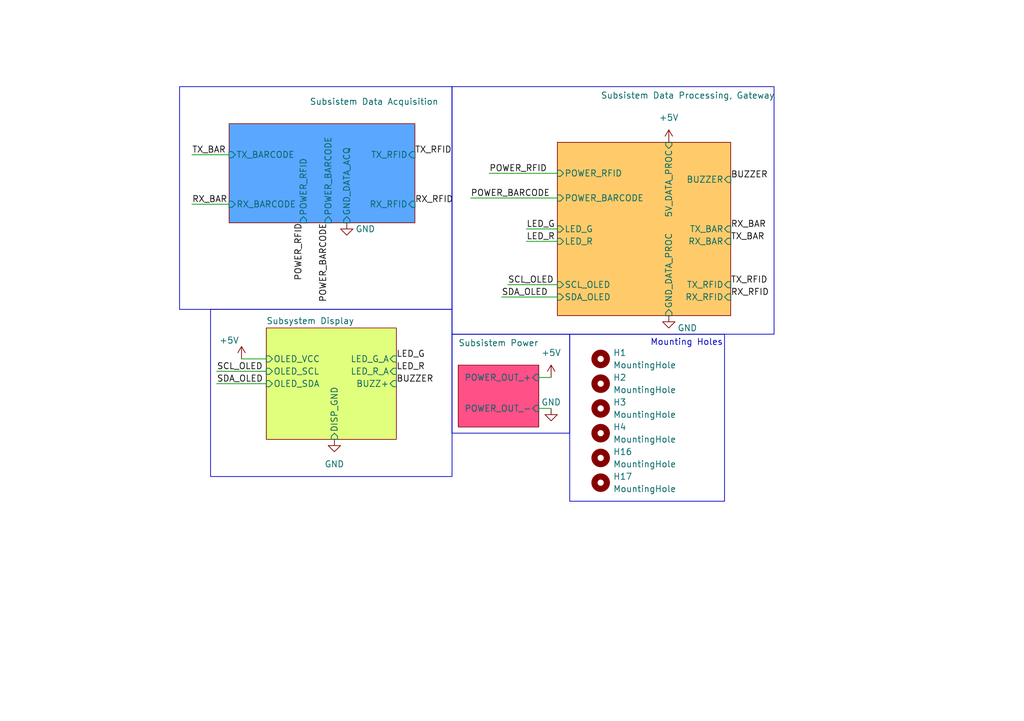
<source format=kicad_sch>
(kicad_sch (version 20230121) (generator eeschema)

  (uuid 27842b89-d3ad-4f43-9134-f95cd8633a64)

  (paper "A5")

  (title_block
    (title "WMS Scanner")
    (date "2024-04-29")
    (rev "4.1")
    (company "Institut Teknologi Bandung")
    (comment 1 "Bostang Palaguna")
    (comment 2 "Designed By:")
  )

  (lib_symbols
    (symbol "Mechanical:MountingHole" (pin_names (offset 1.016)) (in_bom yes) (on_board yes)
      (property "Reference" "H" (at 0 5.08 0)
        (effects (font (size 1.27 1.27)))
      )
      (property "Value" "MountingHole" (at 0 3.175 0)
        (effects (font (size 1.27 1.27)))
      )
      (property "Footprint" "" (at 0 0 0)
        (effects (font (size 1.27 1.27)) hide)
      )
      (property "Datasheet" "~" (at 0 0 0)
        (effects (font (size 1.27 1.27)) hide)
      )
      (property "ki_keywords" "mounting hole" (at 0 0 0)
        (effects (font (size 1.27 1.27)) hide)
      )
      (property "ki_description" "Mounting Hole without connection" (at 0 0 0)
        (effects (font (size 1.27 1.27)) hide)
      )
      (property "ki_fp_filters" "MountingHole*" (at 0 0 0)
        (effects (font (size 1.27 1.27)) hide)
      )
      (symbol "MountingHole_0_1"
        (circle (center 0 0) (radius 1.27)
          (stroke (width 1.27) (type default))
          (fill (type none))
        )
      )
    )
    (symbol "power:+5V" (power) (pin_names (offset 0)) (in_bom yes) (on_board yes)
      (property "Reference" "#PWR" (at 0 -3.81 0)
        (effects (font (size 1.27 1.27)) hide)
      )
      (property "Value" "+5V" (at 0 3.556 0)
        (effects (font (size 1.27 1.27)))
      )
      (property "Footprint" "" (at 0 0 0)
        (effects (font (size 1.27 1.27)) hide)
      )
      (property "Datasheet" "" (at 0 0 0)
        (effects (font (size 1.27 1.27)) hide)
      )
      (property "ki_keywords" "global power" (at 0 0 0)
        (effects (font (size 1.27 1.27)) hide)
      )
      (property "ki_description" "Power symbol creates a global label with name \"+5V\"" (at 0 0 0)
        (effects (font (size 1.27 1.27)) hide)
      )
      (symbol "+5V_0_1"
        (polyline
          (pts
            (xy -0.762 1.27)
            (xy 0 2.54)
          )
          (stroke (width 0) (type default))
          (fill (type none))
        )
        (polyline
          (pts
            (xy 0 0)
            (xy 0 2.54)
          )
          (stroke (width 0) (type default))
          (fill (type none))
        )
        (polyline
          (pts
            (xy 0 2.54)
            (xy 0.762 1.27)
          )
          (stroke (width 0) (type default))
          (fill (type none))
        )
      )
      (symbol "+5V_1_1"
        (pin power_in line (at 0 0 90) (length 0) hide
          (name "+5V" (effects (font (size 1.27 1.27))))
          (number "1" (effects (font (size 1.27 1.27))))
        )
      )
    )
    (symbol "power:GND" (power) (pin_names (offset 0)) (in_bom yes) (on_board yes)
      (property "Reference" "#PWR" (at 0 -6.35 0)
        (effects (font (size 1.27 1.27)) hide)
      )
      (property "Value" "GND" (at 0 -3.81 0)
        (effects (font (size 1.27 1.27)))
      )
      (property "Footprint" "" (at 0 0 0)
        (effects (font (size 1.27 1.27)) hide)
      )
      (property "Datasheet" "" (at 0 0 0)
        (effects (font (size 1.27 1.27)) hide)
      )
      (property "ki_keywords" "global power" (at 0 0 0)
        (effects (font (size 1.27 1.27)) hide)
      )
      (property "ki_description" "Power symbol creates a global label with name \"GND\" , ground" (at 0 0 0)
        (effects (font (size 1.27 1.27)) hide)
      )
      (symbol "GND_0_1"
        (polyline
          (pts
            (xy 0 0)
            (xy 0 -1.27)
            (xy 1.27 -1.27)
            (xy 0 -2.54)
            (xy -1.27 -1.27)
            (xy 0 -1.27)
          )
          (stroke (width 0) (type default))
          (fill (type none))
        )
      )
      (symbol "GND_1_1"
        (pin power_in line (at 0 0 270) (length 0) hide
          (name "GND" (effects (font (size 1.27 1.27))))
          (number "1" (effects (font (size 1.27 1.27))))
        )
      )
    )
  )


  (wire (pts (xy 110.49 77.47) (xy 113.03 77.47))
    (stroke (width 0) (type default))
    (uuid 0377dd73-306c-45c1-9d9a-ec4734900350)
  )
  (wire (pts (xy 102.87 60.96) (xy 114.3 60.96))
    (stroke (width 0) (type default))
    (uuid 2f4fb5f1-cba1-4703-8f55-e9e058a314e2)
  )
  (wire (pts (xy 100.33 35.56) (xy 114.3 35.56))
    (stroke (width 0) (type default))
    (uuid 3aed2ae7-3cf7-45f7-8941-7b5543605b8b)
  )
  (wire (pts (xy 96.52 40.64) (xy 114.3 40.64))
    (stroke (width 0) (type default))
    (uuid 3d664903-7d5f-4aa0-b912-7d4fd968f24e)
  )
  (wire (pts (xy 44.45 76.2) (xy 54.61 76.2))
    (stroke (width 0) (type default))
    (uuid 5cd53e87-3764-4e22-9685-b55c14d6df7b)
  )
  (wire (pts (xy 49.53 73.66) (xy 54.61 73.66))
    (stroke (width 0) (type default))
    (uuid 5f3766e6-0ad0-4b6f-a108-3efdbf54a402)
  )
  (wire (pts (xy 39.37 41.91) (xy 46.99 41.91))
    (stroke (width 0) (type default))
    (uuid 81565090-3bd3-4876-9997-ef8d25a02790)
  )
  (wire (pts (xy 44.45 78.74) (xy 54.61 78.74))
    (stroke (width 0) (type default))
    (uuid ae20d01a-33f2-4c56-869b-eb821bbbce7d)
  )
  (wire (pts (xy 110.49 83.82) (xy 113.03 83.82))
    (stroke (width 0) (type default))
    (uuid b8058c86-2a39-46a6-8027-38307fb92f12)
  )
  (wire (pts (xy 107.95 49.53) (xy 114.3 49.53))
    (stroke (width 0) (type default))
    (uuid bfce13b9-53f8-4006-a17b-2f163c9f2d69)
  )
  (wire (pts (xy 107.95 46.99) (xy 114.3 46.99))
    (stroke (width 0) (type default))
    (uuid cebd1271-0cb4-4e7b-9967-008aa02f21d9)
  )
  (wire (pts (xy 39.37 31.75) (xy 46.99 31.75))
    (stroke (width 0) (type default))
    (uuid d5e917e4-2cdb-462a-bf92-3db3fc40a911)
  )
  (wire (pts (xy 104.14 58.42) (xy 114.3 58.42))
    (stroke (width 0) (type default))
    (uuid de46a3fd-a092-44cb-8922-ab631a443a00)
  )

  (rectangle (start 92.71 68.58) (end 116.84 88.9)
    (stroke (width 0) (type default))
    (fill (type none))
    (uuid 0f64f487-6751-41ef-bcce-401b89ef4dd2)
  )
  (rectangle (start 43.18 63.5) (end 92.71 97.79)
    (stroke (width 0) (type default))
    (fill (type none))
    (uuid 253a37ac-c074-406d-a7f9-5d06ef30a9d5)
  )
  (rectangle (start 92.71 17.78) (end 158.75 68.58)
    (stroke (width 0) (type default))
    (fill (type none))
    (uuid 4556f232-b3ed-47c3-9ba4-a8cfc6efec35)
  )
  (rectangle (start 116.84 68.58) (end 148.59 102.87)
    (stroke (width 0) (type default))
    (fill (type none))
    (uuid a0b8761d-793b-4962-adbf-d8573b9f3992)
  )
  (rectangle (start 36.83 17.78) (end 92.71 63.5)
    (stroke (width 0) (type default))
    (fill (type none))
    (uuid bda6ade3-6770-437e-b7b9-a65d21fe1cff)
  )

  (text "Mounting Holes" (at 133.35 71.12 0)
    (effects (font (size 1.27 1.27)) (justify left bottom))
    (uuid 8b90e808-8333-4db3-a80b-7dc68572e37b)
  )

  (label "BUZZER" (at 81.28 78.74 0) (fields_autoplaced)
    (effects (font (size 1.27 1.27)) (justify left bottom))
    (uuid 18f85804-1eee-4c12-93ee-44c1b34b2a24)
  )
  (label "POWER_RFID" (at 62.23 45.72 270) (fields_autoplaced)
    (effects (font (size 1.27 1.27)) (justify right bottom))
    (uuid 1e152f44-25ca-4cd5-bea6-59de800ee5bf)
  )
  (label "RX_BAR" (at 39.37 41.91 0) (fields_autoplaced)
    (effects (font (size 1.27 1.27)) (justify left bottom))
    (uuid 235a1e32-e95a-401c-88a5-b4e9968675f4)
  )
  (label "LED_G" (at 81.28 73.66 0) (fields_autoplaced)
    (effects (font (size 1.27 1.27)) (justify left bottom))
    (uuid 264712eb-62c5-4561-8617-44f0a7f5987e)
  )
  (label "SDA_OLED" (at 102.87 60.96 0) (fields_autoplaced)
    (effects (font (size 1.27 1.27)) (justify left bottom))
    (uuid 29dec7ba-0ed6-417d-8a6b-ee4809b7b10b)
  )
  (label "POWER_BARCODE" (at 96.52 40.64 0) (fields_autoplaced)
    (effects (font (size 1.27 1.27)) (justify left bottom))
    (uuid 2f02c55c-2208-4b8d-8036-07e3cda49314)
  )
  (label "SCL_OLED" (at 44.45 76.2 0) (fields_autoplaced)
    (effects (font (size 1.27 1.27)) (justify left bottom))
    (uuid 42219b03-f6b6-4813-848f-69bff527e315)
  )
  (label "TX_BAR" (at 149.86 49.53 0) (fields_autoplaced)
    (effects (font (size 1.27 1.27)) (justify left bottom))
    (uuid 49f95043-7a0c-4936-96f8-07e2e11c07d4)
  )
  (label "LED_G" (at 107.95 46.99 0) (fields_autoplaced)
    (effects (font (size 1.27 1.27)) (justify left bottom))
    (uuid 5345aa0c-21a3-443a-bdb8-86ea11ad9020)
  )
  (label "RX_BAR" (at 149.86 46.99 0) (fields_autoplaced)
    (effects (font (size 1.27 1.27)) (justify left bottom))
    (uuid 62c31aa9-c2e2-4de8-a35c-4e9295c37ae1)
  )
  (label "POWER_RFID" (at 100.33 35.56 0) (fields_autoplaced)
    (effects (font (size 1.27 1.27)) (justify left bottom))
    (uuid 68e97865-e0e3-494c-84d7-5490e708c848)
  )
  (label "SCL_OLED" (at 104.14 58.42 0) (fields_autoplaced)
    (effects (font (size 1.27 1.27)) (justify left bottom))
    (uuid 79b146f3-f3c4-4795-bb9d-92e065223304)
  )
  (label "RX_RFID" (at 85.09 41.91 0) (fields_autoplaced)
    (effects (font (size 1.27 1.27)) (justify left bottom))
    (uuid 79e7631c-13f4-4744-93ee-5afb4f8c0a1c)
  )
  (label "POWER_BARCODE" (at 67.31 45.72 270) (fields_autoplaced)
    (effects (font (size 1.27 1.27)) (justify right bottom))
    (uuid 9f5506f5-55ff-499d-adeb-19fd91842908)
  )
  (label "SDA_OLED" (at 44.45 78.74 0) (fields_autoplaced)
    (effects (font (size 1.27 1.27)) (justify left bottom))
    (uuid aea0b768-6c5b-481e-a917-d039f4b237fb)
  )
  (label "LED_R" (at 81.28 76.2 0) (fields_autoplaced)
    (effects (font (size 1.27 1.27)) (justify left bottom))
    (uuid aedf3a1f-b69b-4f42-a99b-c5ae954b29ce)
  )
  (label "TX_RFID" (at 85.09 31.75 0) (fields_autoplaced)
    (effects (font (size 1.27 1.27)) (justify left bottom))
    (uuid b6d4a74a-4c30-41c6-bf80-e6aa706d9dac)
  )
  (label "TX_RFID" (at 149.86 58.42 0) (fields_autoplaced)
    (effects (font (size 1.27 1.27)) (justify left bottom))
    (uuid c603d07c-6178-4479-9e93-aa4653b460ad)
  )
  (label "LED_R" (at 107.95 49.53 0) (fields_autoplaced)
    (effects (font (size 1.27 1.27)) (justify left bottom))
    (uuid e7906d08-d803-4286-8bc2-7cd97a2be39d)
  )
  (label "TX_BAR" (at 39.37 31.75 0) (fields_autoplaced)
    (effects (font (size 1.27 1.27)) (justify left bottom))
    (uuid e891b7cf-383c-45d5-b6d9-6a7ba3a7f41d)
  )
  (label "RX_RFID" (at 149.86 60.96 0) (fields_autoplaced)
    (effects (font (size 1.27 1.27)) (justify left bottom))
    (uuid ee585396-591d-4965-b72b-4f9c3e6a953e)
  )
  (label "BUZZER" (at 149.86 36.83 0) (fields_autoplaced)
    (effects (font (size 1.27 1.27)) (justify left bottom))
    (uuid f3a3f707-99e4-4cc2-b7e4-c3fae43e8934)
  )

  (symbol (lib_id "power:GND") (at 71.12 45.72 0) (unit 1)
    (in_bom yes) (on_board yes) (dnp no)
    (uuid 1bb1a4fb-e269-4426-91f0-f1a52cfc50eb)
    (property "Reference" "#PWR012" (at 71.12 52.07 0)
      (effects (font (size 1.27 1.27)) hide)
    )
    (property "Value" "GND" (at 74.93 46.99 0)
      (effects (font (size 1.27 1.27)))
    )
    (property "Footprint" "" (at 71.12 45.72 0)
      (effects (font (size 1.27 1.27)) hide)
    )
    (property "Datasheet" "" (at 71.12 45.72 0)
      (effects (font (size 1.27 1.27)) hide)
    )
    (pin "1" (uuid d6c40b18-1804-4869-a34d-191c7f0dee96))
    (instances
      (project "WMS"
        (path "/27842b89-d3ad-4f43-9134-f95cd8633a64"
          (reference "#PWR012") (unit 1)
        )
      )
    )
  )

  (symbol (lib_id "Mechanical:MountingHole") (at 123.19 78.74 0) (unit 1)
    (in_bom yes) (on_board yes) (dnp no) (fields_autoplaced)
    (uuid 1e02d0f2-7a7b-4cdd-b710-a199cd03f0ca)
    (property "Reference" "H2" (at 125.73 77.47 0)
      (effects (font (size 1.27 1.27)) (justify left))
    )
    (property "Value" "MountingHole" (at 125.73 80.01 0)
      (effects (font (size 1.27 1.27)) (justify left))
    )
    (property "Footprint" "MountingHole:MountingHole_2.2mm_M2" (at 123.19 78.74 0)
      (effects (font (size 1.27 1.27)) hide)
    )
    (property "Datasheet" "~" (at 123.19 78.74 0)
      (effects (font (size 1.27 1.27)) hide)
    )
    (instances
      (project "WMS"
        (path "/27842b89-d3ad-4f43-9134-f95cd8633a64"
          (reference "H2") (unit 1)
        )
      )
    )
  )

  (symbol (lib_id "power:+5V") (at 113.03 77.47 0) (unit 1)
    (in_bom yes) (on_board yes) (dnp no) (fields_autoplaced)
    (uuid 2e6f7795-716a-4074-a4fb-9af154532724)
    (property "Reference" "#PWR02" (at 113.03 81.28 0)
      (effects (font (size 1.27 1.27)) hide)
    )
    (property "Value" "+5V" (at 113.03 72.39 0)
      (effects (font (size 1.27 1.27)))
    )
    (property "Footprint" "" (at 113.03 77.47 0)
      (effects (font (size 1.27 1.27)) hide)
    )
    (property "Datasheet" "" (at 113.03 77.47 0)
      (effects (font (size 1.27 1.27)) hide)
    )
    (pin "1" (uuid 04e5f422-fc00-4348-abe4-46e1ade87a01))
    (instances
      (project "WMS"
        (path "/27842b89-d3ad-4f43-9134-f95cd8633a64"
          (reference "#PWR02") (unit 1)
        )
      )
    )
  )

  (symbol (lib_id "Mechanical:MountingHole") (at 123.19 93.98 0) (unit 1)
    (in_bom yes) (on_board yes) (dnp no) (fields_autoplaced)
    (uuid 364098e0-560d-4535-894c-555723601339)
    (property "Reference" "H16" (at 125.73 92.71 0)
      (effects (font (size 1.27 1.27)) (justify left))
    )
    (property "Value" "MountingHole" (at 125.73 95.25 0)
      (effects (font (size 1.27 1.27)) (justify left))
    )
    (property "Footprint" "MountingHole:MountingHole_2.2mm_M2" (at 123.19 93.98 0)
      (effects (font (size 1.27 1.27)) hide)
    )
    (property "Datasheet" "~" (at 123.19 93.98 0)
      (effects (font (size 1.27 1.27)) hide)
    )
    (instances
      (project "WMS"
        (path "/27842b89-d3ad-4f43-9134-f95cd8633a64"
          (reference "H16") (unit 1)
        )
      )
    )
  )

  (symbol (lib_id "power:+5V") (at 137.16 29.21 0) (unit 1)
    (in_bom yes) (on_board yes) (dnp no) (fields_autoplaced)
    (uuid 3662d650-23b8-4bf3-9af5-a39b171c9895)
    (property "Reference" "#PWR04" (at 137.16 33.02 0)
      (effects (font (size 1.27 1.27)) hide)
    )
    (property "Value" "+5V" (at 137.16 24.13 0)
      (effects (font (size 1.27 1.27)))
    )
    (property "Footprint" "" (at 137.16 29.21 0)
      (effects (font (size 1.27 1.27)) hide)
    )
    (property "Datasheet" "" (at 137.16 29.21 0)
      (effects (font (size 1.27 1.27)) hide)
    )
    (pin "1" (uuid 4fb23376-a61c-4d9a-ae36-5df14fd528d5))
    (instances
      (project "WMS"
        (path "/27842b89-d3ad-4f43-9134-f95cd8633a64"
          (reference "#PWR04") (unit 1)
        )
      )
    )
  )

  (symbol (lib_id "power:+5V") (at 49.53 73.66 0) (unit 1)
    (in_bom yes) (on_board yes) (dnp no)
    (uuid 6fbbe410-b903-4550-949d-f841510c17a2)
    (property "Reference" "#PWR015" (at 49.53 77.47 0)
      (effects (font (size 1.27 1.27)) hide)
    )
    (property "Value" "+5V" (at 46.99 69.85 0)
      (effects (font (size 1.27 1.27)))
    )
    (property "Footprint" "" (at 49.53 73.66 0)
      (effects (font (size 1.27 1.27)) hide)
    )
    (property "Datasheet" "" (at 49.53 73.66 0)
      (effects (font (size 1.27 1.27)) hide)
    )
    (pin "1" (uuid b6dbe51a-03f9-4e5a-9aca-2e043a029043))
    (instances
      (project "WMS"
        (path "/27842b89-d3ad-4f43-9134-f95cd8633a64"
          (reference "#PWR015") (unit 1)
        )
      )
    )
  )

  (symbol (lib_id "Mechanical:MountingHole") (at 123.19 88.9 0) (unit 1)
    (in_bom yes) (on_board yes) (dnp no) (fields_autoplaced)
    (uuid 71c8fb40-c94c-47ed-ab78-a008596ba989)
    (property "Reference" "H4" (at 125.73 87.63 0)
      (effects (font (size 1.27 1.27)) (justify left))
    )
    (property "Value" "MountingHole" (at 125.73 90.17 0)
      (effects (font (size 1.27 1.27)) (justify left))
    )
    (property "Footprint" "MountingHole:MountingHole_2.2mm_M2" (at 123.19 88.9 0)
      (effects (font (size 1.27 1.27)) hide)
    )
    (property "Datasheet" "~" (at 123.19 88.9 0)
      (effects (font (size 1.27 1.27)) hide)
    )
    (instances
      (project "WMS"
        (path "/27842b89-d3ad-4f43-9134-f95cd8633a64"
          (reference "H4") (unit 1)
        )
      )
    )
  )

  (symbol (lib_id "Mechanical:MountingHole") (at 123.19 73.66 0) (unit 1)
    (in_bom yes) (on_board yes) (dnp no) (fields_autoplaced)
    (uuid a357af8c-dabe-4cb9-9f63-6d1ae5d5ba03)
    (property "Reference" "H1" (at 125.73 72.39 0)
      (effects (font (size 1.27 1.27)) (justify left))
    )
    (property "Value" "MountingHole" (at 125.73 74.93 0)
      (effects (font (size 1.27 1.27)) (justify left))
    )
    (property "Footprint" "MountingHole:MountingHole_2.2mm_M2" (at 123.19 73.66 0)
      (effects (font (size 1.27 1.27)) hide)
    )
    (property "Datasheet" "~" (at 123.19 73.66 0)
      (effects (font (size 1.27 1.27)) hide)
    )
    (instances
      (project "WMS"
        (path "/27842b89-d3ad-4f43-9134-f95cd8633a64"
          (reference "H1") (unit 1)
        )
      )
    )
  )

  (symbol (lib_id "power:GND") (at 68.58 90.17 0) (unit 1)
    (in_bom yes) (on_board yes) (dnp no) (fields_autoplaced)
    (uuid afebda8a-4107-47b0-973a-8292ecb94beb)
    (property "Reference" "#PWR020" (at 68.58 96.52 0)
      (effects (font (size 1.27 1.27)) hide)
    )
    (property "Value" "GND" (at 68.58 95.25 0)
      (effects (font (size 1.27 1.27)))
    )
    (property "Footprint" "" (at 68.58 90.17 0)
      (effects (font (size 1.27 1.27)) hide)
    )
    (property "Datasheet" "" (at 68.58 90.17 0)
      (effects (font (size 1.27 1.27)) hide)
    )
    (pin "1" (uuid 69844f44-d2ac-478c-917b-8b3ea745a52c))
    (instances
      (project "WMS"
        (path "/27842b89-d3ad-4f43-9134-f95cd8633a64"
          (reference "#PWR020") (unit 1)
        )
      )
    )
  )

  (symbol (lib_id "Mechanical:MountingHole") (at 123.19 99.06 0) (unit 1)
    (in_bom yes) (on_board yes) (dnp no) (fields_autoplaced)
    (uuid cb77c80d-32a9-45da-8705-9601a98331cb)
    (property "Reference" "H17" (at 125.73 97.79 0)
      (effects (font (size 1.27 1.27)) (justify left))
    )
    (property "Value" "MountingHole" (at 125.73 100.33 0)
      (effects (font (size 1.27 1.27)) (justify left))
    )
    (property "Footprint" "MountingHole:MountingHole_2.2mm_M2" (at 123.19 99.06 0)
      (effects (font (size 1.27 1.27)) hide)
    )
    (property "Datasheet" "~" (at 123.19 99.06 0)
      (effects (font (size 1.27 1.27)) hide)
    )
    (instances
      (project "WMS"
        (path "/27842b89-d3ad-4f43-9134-f95cd8633a64"
          (reference "H17") (unit 1)
        )
      )
    )
  )

  (symbol (lib_id "power:GND") (at 137.16 64.77 0) (unit 1)
    (in_bom yes) (on_board yes) (dnp no)
    (uuid e7e61e32-8756-4775-9628-17c302aff75b)
    (property "Reference" "#PWR05" (at 137.16 71.12 0)
      (effects (font (size 1.27 1.27)) hide)
    )
    (property "Value" "GND" (at 140.97 67.31 0)
      (effects (font (size 1.27 1.27)))
    )
    (property "Footprint" "" (at 137.16 64.77 0)
      (effects (font (size 1.27 1.27)) hide)
    )
    (property "Datasheet" "" (at 137.16 64.77 0)
      (effects (font (size 1.27 1.27)) hide)
    )
    (pin "1" (uuid 7afbf65d-1d64-4ba6-bd7e-6fa064414656))
    (instances
      (project "WMS"
        (path "/27842b89-d3ad-4f43-9134-f95cd8633a64"
          (reference "#PWR05") (unit 1)
        )
      )
    )
  )

  (symbol (lib_id "Mechanical:MountingHole") (at 123.19 83.82 0) (unit 1)
    (in_bom yes) (on_board yes) (dnp no) (fields_autoplaced)
    (uuid f239d6d5-805b-4e60-8163-8e4788cede52)
    (property "Reference" "H3" (at 125.73 82.55 0)
      (effects (font (size 1.27 1.27)) (justify left))
    )
    (property "Value" "MountingHole" (at 125.73 85.09 0)
      (effects (font (size 1.27 1.27)) (justify left))
    )
    (property "Footprint" "MountingHole:MountingHole_2.2mm_M2" (at 123.19 83.82 0)
      (effects (font (size 1.27 1.27)) hide)
    )
    (property "Datasheet" "~" (at 123.19 83.82 0)
      (effects (font (size 1.27 1.27)) hide)
    )
    (instances
      (project "WMS"
        (path "/27842b89-d3ad-4f43-9134-f95cd8633a64"
          (reference "H3") (unit 1)
        )
      )
    )
  )

  (symbol (lib_id "power:GND") (at 113.03 83.82 0) (unit 1)
    (in_bom yes) (on_board yes) (dnp no)
    (uuid fc26b69c-d47b-481f-b4a5-c25f49e9103e)
    (property "Reference" "#PWR03" (at 113.03 90.17 0)
      (effects (font (size 1.27 1.27)) hide)
    )
    (property "Value" "GND" (at 113.03 82.55 0)
      (effects (font (size 1.27 1.27)))
    )
    (property "Footprint" "" (at 113.03 83.82 0)
      (effects (font (size 1.27 1.27)) hide)
    )
    (property "Datasheet" "" (at 113.03 83.82 0)
      (effects (font (size 1.27 1.27)) hide)
    )
    (pin "1" (uuid 8639a455-2857-4124-9e14-8f43725504f5))
    (instances
      (project "WMS"
        (path "/27842b89-d3ad-4f43-9134-f95cd8633a64"
          (reference "#PWR03") (unit 1)
        )
      )
    )
  )

  (sheet (at 93.98 74.93) (size 16.51 12.7)
    (stroke (width 0.1524) (type solid))
    (fill (color 255 80 135 1.0000))
    (uuid 1bc7cffc-215d-4066-af48-bacbd1cf1007)
    (property "Sheetname" "Subsistem Power" (at 93.98 71.12 0)
      (effects (font (size 1.27 1.27)) (justify left bottom))
    )
    (property "Sheetfile" "Power.kicad_sch" (at 93.98 88.2146 0)
      (effects (font (size 1.27 1.27)) (justify left top) hide)
    )
    (pin "POWER_OUT_+" input (at 110.49 77.47 0)
      (effects (font (size 1.27 1.27)) (justify right))
      (uuid 4e11fe02-3f52-47cd-814b-d5e06a14ad9a)
    )
    (pin "POWER_OUT_-" input (at 110.49 83.82 0)
      (effects (font (size 1.27 1.27)) (justify right))
      (uuid 290c7615-ba9f-42a9-92ee-cc189a6b272c)
    )
    (instances
      (project "WMS"
        (path "/27842b89-d3ad-4f43-9134-f95cd8633a64" (page "2"))
      )
    )
  )

  (sheet (at 114.3 29.21) (size 35.56 35.56)
    (stroke (width 0.1524) (type solid))
    (fill (color 255 203 106 1.0000))
    (uuid 25c7c198-a1df-40f2-8a1d-f63e7334f907)
    (property "Sheetname" "Subsistem Data Processing, Gateway" (at 123.19 20.32 0)
      (effects (font (size 1.27 1.27)) (justify left bottom))
    )
    (property "Sheetfile" "PSoC.kicad_sch" (at 114.3 65.3546 0)
      (effects (font (size 1.27 1.27)) (justify left top) hide)
    )
    (pin "RX_BAR" input (at 149.86 49.53 0)
      (effects (font (size 1.27 1.27)) (justify right))
      (uuid 92b3f4e8-0e8d-4ab2-92df-ff02dca6f034)
    )
    (pin "RX_RFID" input (at 149.86 60.96 0)
      (effects (font (size 1.27 1.27)) (justify right))
      (uuid 39cf7dfc-3215-45b6-a809-e4d3060be241)
    )
    (pin "TX_RFID" input (at 149.86 58.42 0)
      (effects (font (size 1.27 1.27)) (justify right))
      (uuid 44848abf-4df8-4f7b-b073-1c3d1e02cab9)
    )
    (pin "TX_BAR" input (at 149.86 46.99 0)
      (effects (font (size 1.27 1.27)) (justify right))
      (uuid a6731984-56d3-4b1d-8fff-a629a6ec5c29)
    )
    (pin "GND_DATA_PROC" input (at 137.16 64.77 270)
      (effects (font (size 1.27 1.27)) (justify left))
      (uuid c0790788-e73b-46cc-a4a1-f49eebfc9dd4)
    )
    (pin "5V_DATA_PROC" input (at 137.16 29.21 90)
      (effects (font (size 1.27 1.27)) (justify right))
      (uuid d7c5c6e2-1090-466f-bc1d-7e165890f938)
    )
    (pin "LED_G" input (at 114.3 46.99 180)
      (effects (font (size 1.27 1.27)) (justify left))
      (uuid 88a248ef-6606-41f2-9b3c-21661e225bc8)
    )
    (pin "LED_R" input (at 114.3 49.53 180)
      (effects (font (size 1.27 1.27)) (justify left))
      (uuid d2cbb460-5187-45f1-ae4f-87d489d1bcb9)
    )
    (pin "SCL_OLED" input (at 114.3 58.42 180)
      (effects (font (size 1.27 1.27)) (justify left))
      (uuid 32495db1-ad07-419a-ab08-f1693e163388)
    )
    (pin "SDA_OLED" input (at 114.3 60.96 180)
      (effects (font (size 1.27 1.27)) (justify left))
      (uuid b806a387-0c15-4631-9b3d-0826bc8f6f54)
    )
    (pin "BUZZER" input (at 149.86 36.83 0)
      (effects (font (size 1.27 1.27)) (justify right))
      (uuid be6da84f-50a1-4a1f-86e5-2fa51651e303)
    )
    (pin "POWER_BARCODE" input (at 114.3 40.64 180)
      (effects (font (size 1.27 1.27)) (justify left))
      (uuid caab87f2-257e-4552-b323-4a99a8430287)
    )
    (pin "POWER_RFID" input (at 114.3 35.56 180)
      (effects (font (size 1.27 1.27)) (justify left))
      (uuid ded8a67a-9431-4aa9-880b-7a9461b02b4a)
    )
    (instances
      (project "WMS"
        (path "/27842b89-d3ad-4f43-9134-f95cd8633a64" (page "4"))
      )
    )
  )

  (sheet (at 54.61 67.31) (size 26.67 22.86) (fields_autoplaced)
    (stroke (width 0.1524) (type solid))
    (fill (color 224 255 124 1.0000))
    (uuid 92702a01-18bc-488e-88bf-e9988be28598)
    (property "Sheetname" "Subsystem Display" (at 54.61 66.5984 0)
      (effects (font (size 1.27 1.27)) (justify left bottom))
    )
    (property "Sheetfile" "Display.kicad_sch" (at 54.61 90.7546 0)
      (effects (font (size 1.27 1.27)) (justify left top) hide)
    )
    (pin "OLED_VCC" input (at 54.61 73.66 180)
      (effects (font (size 1.27 1.27)) (justify left))
      (uuid 69d5da14-df7d-42a9-974b-0cdb30058b8c)
    )
    (pin "OLED_SCL" input (at 54.61 76.2 180)
      (effects (font (size 1.27 1.27)) (justify left))
      (uuid c1d2ed4c-e60d-4065-a0b1-c97465a0cac7)
    )
    (pin "LED_G_A" input (at 81.28 73.66 0)
      (effects (font (size 1.27 1.27)) (justify right))
      (uuid 878be4c5-3496-4f03-8c44-57523e77db71)
    )
    (pin "LED_R_A" input (at 81.28 76.2 0)
      (effects (font (size 1.27 1.27)) (justify right))
      (uuid 144a8247-19d0-4d38-9731-3a260fdd2067)
    )
    (pin "BUZZ+" input (at 81.28 78.74 0)
      (effects (font (size 1.27 1.27)) (justify right))
      (uuid 107d80cd-ea53-4ca3-b241-6d714d720432)
    )
    (pin "OLED_SDA" input (at 54.61 78.74 180)
      (effects (font (size 1.27 1.27)) (justify left))
      (uuid 68c74781-33b4-4574-ae99-a7bbf73396f5)
    )
    (pin "DISP_GND" input (at 68.58 90.17 270)
      (effects (font (size 1.27 1.27)) (justify left))
      (uuid e296c1c7-83d0-4231-a80c-4a4134e2d3fb)
    )
    (instances
      (project "WMS"
        (path "/27842b89-d3ad-4f43-9134-f95cd8633a64" (page "3"))
      )
    )
  )

  (sheet (at 46.99 25.4) (size 38.1 20.32)
    (stroke (width 0.1524) (type solid))
    (fill (color 89 167 255 1.0000))
    (uuid a06fb296-14b8-469f-bd65-cdd80dce8d46)
    (property "Sheetname" "Subsistem Data Acquisition" (at 63.5 21.59 0)
      (effects (font (size 1.27 1.27)) (justify left bottom))
    )
    (property "Sheetfile" "DataAcquisition.kicad_sch" (at 46.99 46.3046 0)
      (effects (font (size 1.27 1.27)) (justify left top) hide)
    )
    (pin "TX_BARCODE" input (at 46.99 31.75 180)
      (effects (font (size 1.27 1.27)) (justify left))
      (uuid 911a2663-7493-44bd-a503-bd6a86356fb6)
    )
    (pin "GND_DATA_ACQ" input (at 71.12 45.72 270)
      (effects (font (size 1.27 1.27)) (justify left))
      (uuid 17d20674-0566-4150-bb8d-1a6989d5cb57)
    )
    (pin "RX_BARCODE" input (at 46.99 41.91 180)
      (effects (font (size 1.27 1.27)) (justify left))
      (uuid 5959da3f-a9f6-4f77-ae8b-1b3036761e70)
    )
    (pin "TX_RFID" input (at 85.09 31.75 0)
      (effects (font (size 1.27 1.27)) (justify right))
      (uuid 4de525e6-6ba3-4e8f-9256-eecb0bc6d684)
    )
    (pin "RX_RFID" input (at 85.09 41.91 0)
      (effects (font (size 1.27 1.27)) (justify right))
      (uuid 281f12d8-f54a-4757-b8c1-283233c0f1fc)
    )
    (pin "POWER_BARCODE" input (at 67.31 45.72 270)
      (effects (font (size 1.27 1.27)) (justify left))
      (uuid 4df97d64-e888-4121-a301-e45d01bf5bdb)
    )
    (pin "POWER_RFID" input (at 62.23 45.72 270)
      (effects (font (size 1.27 1.27)) (justify left))
      (uuid 81d4b8b3-fb09-4c3a-887a-a7ac7fc86f04)
    )
    (instances
      (project "WMS"
        (path "/27842b89-d3ad-4f43-9134-f95cd8633a64" (page "8"))
      )
    )
  )

  (sheet_instances
    (path "/" (page "1"))
  )
)

</source>
